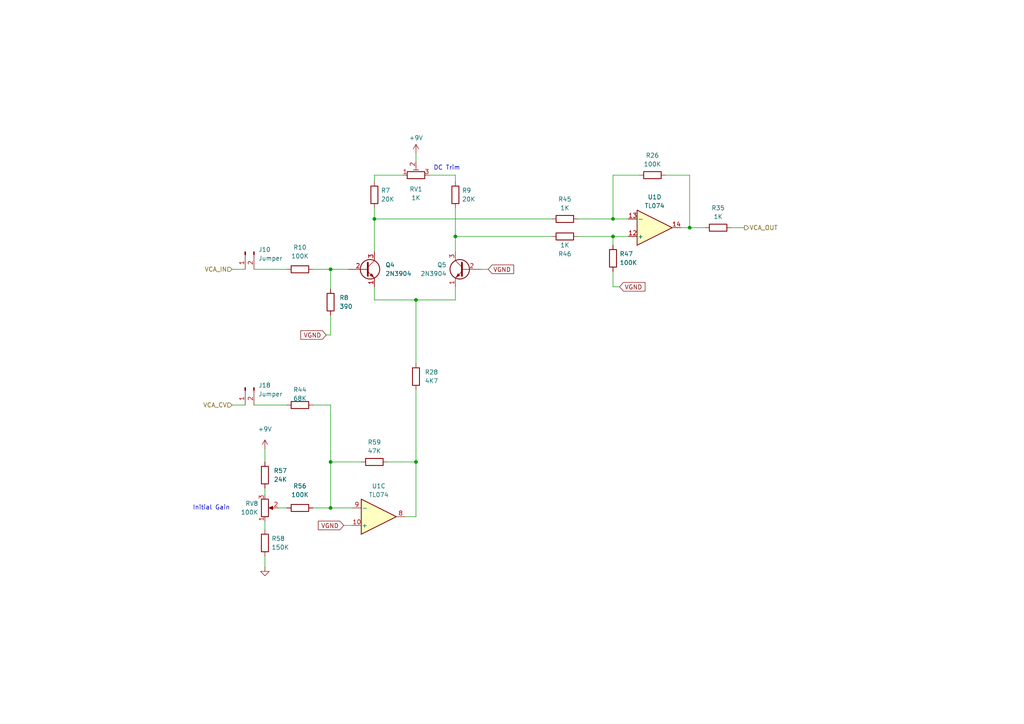
<source format=kicad_sch>
(kicad_sch (version 20230121) (generator eeschema)
  (paper "A4")
  (title_block (title "LivSynth - VCA") (date "2022-07-18") (rev "${Version}") (company "SloBlo Labs"))
  (lib_symbols
    (symbol "Amplifier_Operational:TL074" (pin_names (offset 0.127))
      (property "Reference" "U" (at 0 5.08 0))
      (property "Value" "TL074" (at 0 -5.08 0))
      (symbol "TL074_1_1"
        (polyline (pts (xy -5.08 5.08) (xy 5.08 0) (xy -5.08 -5.08) (xy -5.08 5.08)) (stroke (width 0.254)) (fill (type background)))
        (pin output line (at 7.62 0 180) (length 2.54) (name "~") (number "1"))
        (pin input line (at -7.62 -2.54 0) (length 2.54) (name "-") (number "2"))
        (pin input line (at -7.62 2.54 0) (length 2.54) (name "+") (number "3"))
      )
      (symbol "TL074_2_1"
        (polyline (pts (xy -5.08 5.08) (xy 5.08 0) (xy -5.08 -5.08) (xy -5.08 5.08)) (stroke (width 0.254)) (fill (type background)))
        (pin input line (at -7.62 2.54 0) (length 2.54) (name "+") (number "5"))
        (pin input line (at -7.62 -2.54 0) (length 2.54) (name "-") (number "6"))
        (pin output line (at 7.62 0 180) (length 2.54) (name "~") (number "7"))
      )
      (symbol "TL074_3_1"
        (polyline (pts (xy -5.08 5.08) (xy 5.08 0) (xy -5.08 -5.08) (xy -5.08 5.08)) (stroke (width 0.254)) (fill (type background)))
        (pin input line (at -7.62 2.54 0) (length 2.54) (name "+") (number "10"))
        (pin output line (at 7.62 0 180) (length 2.54) (name "~") (number "8"))
        (pin input line (at -7.62 -2.54 0) (length 2.54) (name "-") (number "9"))
      )
      (symbol "TL074_4_1"
        (polyline (pts (xy -5.08 5.08) (xy 5.08 0) (xy -5.08 -5.08) (xy -5.08 5.08)) (stroke (width 0.254)) (fill (type background)))
        (pin input line (at -7.62 2.54 0) (length 2.54) (name "+") (number "12"))
        (pin input line (at -7.62 -2.54 0) (length 2.54) (name "-") (number "13"))
        (pin output line (at 7.62 0 180) (length 2.54) (name "~") (number "14"))
      )
      (symbol "TL074_5_1"
        (pin power_in line (at -2.54 -7.62 90) (length 3.81) (name "V-") (number "11"))
        (pin power_in line (at -2.54 7.62 270) (length 3.81) (name "V+") (number "4"))
      )
    )
    (symbol "Connector:Conn_01x02_Male" (pin_names (offset 1.016) hide)
      (property "Reference" "J" (at 0 2.54 0))
      (property "Value" "Conn_01x02_Male" (at 0 -5.08 0))
      (symbol "Conn_01x02_Male_1_1"
        (polyline (pts (xy 1.27 -2.54) (xy 0.8636 -2.54)) (stroke (width 0.1524)))
        (polyline (pts (xy 1.27 0) (xy 0.8636 0)) (stroke (width 0.1524)))
        (rectangle (start 0.8636 -2.413) (end 0 -2.667) (stroke (width 0.1524)) (fill (type outline)))
        (rectangle (start 0.8636 0.127) (end 0 -0.127) (stroke (width 0.1524)) (fill (type outline)))
        (pin passive line (at 5.08 0 180) (length 3.81) (name "Pin_1") (number "1"))
        (pin passive line (at 5.08 -2.54 180) (length 3.81) (name "Pin_2") (number "2"))
      )
    )
    (symbol "Device:R" (pin_numbers hide) (pin_names (offset 0))
      (property "Reference" "R" (at 2.032 0 90))
      (property "Value" "R" (at 0 0 90))
      (symbol "R_0_1"
        (rectangle (start -1.016 -2.54) (end 1.016 2.54) (stroke (width 0.254)))
      )
      (symbol "R_1_1"
        (pin passive line (at 0 3.81 270) (length 1.27) (name "~") (number "1"))
        (pin passive line (at 0 -3.81 90) (length 1.27) (name "~") (number "2"))
      )
    )
    (symbol "Device:R_Potentiometer" (pin_names (offset 1.016) hide)
      (property "Reference" "RV" (at -4.445 0 90))
      (property "Value" "R_Potentiometer" (at -2.54 0 90))
      (symbol "R_Potentiometer_0_1"
        (polyline (pts (xy 2.54 0) (xy 1.524 0)))
        (polyline (pts (xy 1.143 0) (xy 2.286 0.508) (xy 2.286 -0.508) (xy 1.143 0)) (fill (type outline)))
        (rectangle (start 1.016 2.54) (end -1.016 -2.54) (stroke (width 0.254)))
      )
      (symbol "R_Potentiometer_1_1"
        (pin passive line (at 0 3.81 270) (length 1.27) (name "1") (number "1"))
        (pin passive line (at 3.81 0 180) (length 1.27) (name "2") (number "2"))
        (pin passive line (at 0 -3.81 90) (length 1.27) (name "3") (number "3"))
      )
    )
    (symbol "Device:R_Potentiometer_Trim" (pin_names (offset 1.016) hide)
      (property "Reference" "RV" (at -4.445 0 90))
      (property "Value" "R_Potentiometer_Trim" (at -2.54 0 90))
      (symbol "R_Potentiometer_Trim_0_1"
        (polyline (pts (xy 1.524 0.762) (xy 1.524 -0.762)))
        (polyline (pts (xy 2.54 0) (xy 1.524 0)))
        (rectangle (start 1.016 2.54) (end -1.016 -2.54) (stroke (width 0.254)))
      )
      (symbol "R_Potentiometer_Trim_1_1"
        (pin passive line (at 0 3.81 270) (length 1.27) (name "1") (number "1"))
        (pin passive line (at 3.81 0 180) (length 1.27) (name "2") (number "2"))
        (pin passive line (at 0 -3.81 90) (length 1.27) (name "3") (number "3"))
      )
    )
    (symbol "Transistor_BJT:2N3904" (pin_names (offset 0) hide)
      (property "Reference" "Q" (at 5.08 1.905 0))
      (property "Value" "2N3904" (at 5.08 0 0))
      (symbol "2N3904_0_1"
        (polyline (pts (xy 0.635 0.635) (xy 2.54 2.54)))
        (polyline (pts (xy 0.635 -0.635) (xy 2.54 -2.54) (xy 2.54 -2.54)))
        (polyline (pts (xy 0.635 1.905) (xy 0.635 -1.905) (xy 0.635 -1.905)) (stroke (width 0.508)))
        (polyline (pts (xy 1.27 -1.778) (xy 1.778 -1.27) (xy 2.286 -2.286) (xy 1.27 -1.778) (xy 1.27 -1.778)) (fill (type outline)))
        (circle (center 1.27 0) (radius 2.8194) (stroke (width 0.254)))
      )
      (symbol "2N3904_1_1"
        (pin passive line (at 2.54 -5.08 90) (length 2.54) (name "E") (number "1"))
        (pin passive line (at -5.08 0 0) (length 5.715) (name "B") (number "2"))
        (pin passive line (at 2.54 5.08 270) (length 2.54) (name "C") (number "3"))
      )
    )
    (symbol "power:+9V" (power) (pin_names (offset 0))
      (property "Value" "+9V" (at 0 3.556 0))
      (symbol "+9V_0_1"
        (polyline (pts (xy -0.762 1.27) (xy 0 2.54)))
        (polyline (pts (xy 0 0) (xy 0 2.54)))
        (polyline (pts (xy 0 2.54) (xy 0.762 1.27)))
      )
      (symbol "+9V_1_1"
        (pin power_in line (at 0 0 90) (length 0) hide (name "+9V") (number "1"))
      )
    )
    (symbol "power:GND" (power) (pin_names (offset 0))
      (property "Value" "GND" (at 0 -3.81 0))
      (symbol "GND_0_1"
        (polyline (pts (xy 0 0) (xy 0 -1.27) (xy 1.27 -1.27) (xy 0 -2.54) (xy -1.27 -1.27) (xy 0 -1.27)))
      )
      (symbol "GND_1_1"
        (pin power_in line (at 0 0 270) (length 0) hide (name "GND") (number "1"))
      )
    )
  )
  (junction (at 177.8 68.58))
  (junction (at 120.65 86.995))
  (junction (at 95.885 147.32))
  (junction (at 132.08 68.58))
  (junction (at 108.585 63.5))
  (junction (at 200.025 66.04))
  (junction (at 95.885 78.105))
  (junction (at 95.885 133.985))
  (junction (at 120.65 133.985))
  (junction (at 177.8 63.5))
  (wire (pts (xy 200.025 66.04) (xy 204.47 66.04)))
  (wire (pts (xy 67.31 117.475) (xy 71.12 117.475)))
  (wire (pts (xy 139.7 78.105) (xy 141.605 78.105)))
  (wire (pts (xy 120.65 133.985) (xy 120.65 149.86)))
  (wire (pts (xy 90.805 117.475) (xy 95.885 117.475)))
  (wire (pts (xy 90.805 147.32) (xy 95.885 147.32)))
  (wire (pts (xy 200.025 66.04) (xy 200.025 50.8)))
  (wire (pts (xy 120.65 86.995) (xy 132.08 86.995)))
  (wire (pts (xy 95.885 147.32) (xy 102.235 147.32)))
  (wire (pts (xy 212.09 66.04) (xy 215.9 66.04)))
  (wire (pts (xy 177.8 50.8) (xy 177.8 63.5)))
  (wire (pts (xy 177.8 68.58) (xy 177.8 71.12)))
  (wire (pts (xy 185.42 50.8) (xy 177.8 50.8)))
  (wire (pts (xy 177.8 83.185) (xy 179.705 83.185)))
  (wire (pts (xy 200.025 50.8) (xy 193.04 50.8)))
  (wire (pts (xy 76.835 130.175) (xy 76.835 133.985)))
  (wire (pts (xy 73.66 78.105) (xy 83.185 78.105)))
  (wire (pts (xy 95.885 78.105) (xy 100.965 78.105)))
  (wire (pts (xy 90.805 78.105) (xy 95.885 78.105)))
  (wire (pts (xy 108.585 63.5) (xy 108.585 73.025)))
  (wire (pts (xy 132.08 68.58) (xy 132.08 73.025)))
  (wire (pts (xy 124.46 50.8) (xy 132.08 50.8)))
  (wire (pts (xy 99.695 152.4) (xy 102.235 152.4)))
  (wire (pts (xy 108.585 50.8) (xy 116.84 50.8)))
  (wire (pts (xy 120.65 105.41) (xy 120.65 86.995)))
  (wire (pts (xy 177.8 63.5) (xy 182.245 63.5)))
  (wire (pts (xy 76.835 161.29) (xy 76.835 164.465)))
  (wire (pts (xy 132.08 50.8) (xy 132.08 52.705)))
  (wire (pts (xy 108.585 86.995) (xy 120.65 86.995)))
  (wire (pts (xy 112.395 133.985) (xy 120.65 133.985)))
  (wire (pts (xy 94.615 97.155) (xy 95.885 97.155)))
  (wire (pts (xy 167.64 63.5) (xy 177.8 63.5)))
  (wire (pts (xy 76.835 141.605) (xy 76.835 143.51)))
  (wire (pts (xy 67.31 78.105) (xy 71.12 78.105)))
  (wire (pts (xy 197.485 66.04) (xy 200.025 66.04)))
  (wire (pts (xy 95.885 83.82) (xy 95.885 78.105)))
  (wire (pts (xy 73.66 117.475) (xy 83.185 117.475)))
  (wire (pts (xy 108.585 60.325) (xy 108.585 63.5)))
  (wire (pts (xy 104.775 133.985) (xy 95.885 133.985)))
  (wire (pts (xy 76.835 151.13) (xy 76.835 153.67)))
  (wire (pts (xy 108.585 50.8) (xy 108.585 52.705)))
  (wire (pts (xy 177.8 78.74) (xy 177.8 83.185)))
  (wire (pts (xy 120.65 44.45) (xy 120.65 46.99)))
  (wire (pts (xy 120.65 149.86) (xy 117.475 149.86)))
  (wire (pts (xy 108.585 83.185) (xy 108.585 86.995)))
  (wire (pts (xy 120.65 113.03) (xy 120.65 133.985)))
  (wire (pts (xy 132.08 60.325) (xy 132.08 68.58)))
  (wire (pts (xy 177.8 68.58) (xy 182.245 68.58)))
  (wire (pts (xy 95.885 117.475) (xy 95.885 133.985)))
  (wire (pts (xy 132.08 68.58) (xy 160.02 68.58)))
  (wire (pts (xy 108.585 63.5) (xy 160.02 63.5)))
  (wire (pts (xy 95.885 133.985) (xy 95.885 147.32)))
  (wire (pts (xy 132.08 86.995) (xy 132.08 83.185)))
  (wire (pts (xy 167.64 68.58) (xy 177.8 68.58)))
  (wire (pts (xy 80.645 147.32) (xy 83.185 147.32)))
  (wire (pts (xy 95.885 97.155) (xy 95.885 91.44)))
  (text "DC Trim" (at 125.73 49.53 0) (effects (font (size 1.27 1.27)) (justify left bottom)))
  (text "Initial Gain" (at 55.88 148.082 0) (effects (font (size 1.27 1.27)) (justify left bottom)))
  (global_label "VGND" (shape input) (at 179.705 83.185 0) (property "Intersheetrefs" "${INTERSHEET_REFS}" (effects hide)))
  (global_label "VGND" (shape input) (at 94.615 97.155 180) (property "Intersheetrefs" "${INTERSHEET_REFS}" (effects hide)))
  (global_label "VGND" (shape input) (at 99.695 152.4 180) (property "Intersheetrefs" "${INTERSHEET_REFS}" (effects hide)))
  (global_label "VGND" (shape input) (at 141.605 78.105 0) (property "Intersheetrefs" "${INTERSHEET_REFS}" (effects hide)))
  (hierarchical_label "VCA_OUT" (shape output) (at 215.9 66.04 0))
  (hierarchical_label "VCA_IN" (shape input) (at 67.31 78.105 180))
  (hierarchical_label "VCA_CV" (shape input) (at 67.31 117.475 180))
  (symbol (lib_id "power:GND") (at 76.835 164.465 0) (unit 1)
    (property "Reference" "#PWR061" (effects hide))
    (property "Value" "GND" (effects hide))
  )
  (symbol (lib_id "Device:R") (at 132.08 56.515 0) (unit 1)
    (property "Reference" "R9" (at 133.985 55.2449 0) (effects (justify left)))
    (property "Value" "20K" (at 133.985 57.7849 0) (effects (justify left)))
    (property "Footprint" "Resistor_THT:R_Axial_DIN0207_L6.3mm_D2.5mm_P7.62mm_Horizontal" (effects hide))
  )
  (symbol (lib_id "Device:R") (at 120.65 109.22 0) (unit 1)
    (property "Reference" "R28" (at 123.19 107.9499 0) (effects (justify left)))
    (property "Value" "4K7" (at 123.19 110.4899 0) (effects (justify left)))
    (property "Footprint" "Resistor_THT:R_Axial_DIN0207_L6.3mm_D2.5mm_P7.62mm_Horizontal" (effects hide))
  )
  (symbol (lib_id "Device:R") (at 95.885 87.63 0) (unit 1)
    (property "Reference" "R8" (at 98.425 86.3599 0) (effects (justify left)))
    (property "Value" "390" (at 98.425 88.8999 0) (effects (justify left)))
    (property "Footprint" "Resistor_THT:R_Axial_DIN0207_L6.3mm_D2.5mm_P7.62mm_Horizontal" (effects hide))
  )
  (symbol (lib_id "Device:R") (at 86.995 147.32 90) (unit 1)
    (property "Reference" "R56" (at 86.995 140.97 90))
    (property "Value" "100K" (at 86.995 143.51 90))
    (property "Footprint" "Resistor_THT:R_Axial_DIN0207_L6.3mm_D2.5mm_P7.62mm_Horizontal" (effects hide))
  )
  (symbol (lib_id "power:+9V") (at 120.65 44.45 0) (unit 1)
    (property "Reference" "#PWR057" (effects hide))
    (property "Value" "+9V" (at 120.65 40.005 0))
  )
  (symbol (lib_id "Device:R_Potentiometer_Trim") (at 120.65 50.8 90) (unit 1)
    (property "Reference" "RV1" (at 120.65 54.864 90))
    (property "Value" "1K" (at 120.65 57.404 90))
    (property "Footprint" "SloBlo:Potentiometer_Bourns_3296W_Vertical" (effects hide))
  )
  (symbol (lib_id "Device:R") (at 108.585 56.515 0) (unit 1)
    (property "Reference" "R7" (at 110.49 55.2449 0) (effects (justify left)))
    (property "Value" "20K" (at 110.49 57.7849 0) (effects (justify left)))
    (property "Footprint" "Resistor_THT:R_Axial_DIN0207_L6.3mm_D2.5mm_P7.62mm_Horizontal" (effects hide))
  )
  (symbol (lib_id "Device:R") (at 76.835 137.795 0) (unit 1)
    (property "Reference" "R57" (at 79.375 136.5249 0) (effects (justify left)))
    (property "Value" "24K" (at 79.375 139.0649 0) (effects (justify left)))
    (property "Footprint" "Resistor_THT:R_Axial_DIN0207_L6.3mm_D2.5mm_P7.62mm_Horizontal" (effects hide))
  )
  (symbol (lib_id "Device:R") (at 86.995 117.475 90) (unit 1)
    (property "Reference" "R44" (at 86.995 113.03 90))
    (property "Value" "68K" (at 86.995 115.57 90))
    (property "Footprint" "Resistor_THT:R_Axial_DIN0207_L6.3mm_D2.5mm_P7.62mm_Horizontal" (effects hide))
  )
  (symbol (lib_id "Transistor_BJT:2N3904") (at 106.045 78.105 0) (unit 1)
    (property "Reference" "Q4" (at 111.76 76.8349 0) (effects (justify left)))
    (property "Value" "2N3904" (at 111.76 79.3749 0) (effects (justify left)))
    (property "Footprint" "Package_TO_SOT_THT:TO-92_Inline" (effects hide))
    (property "Datasheet" "https://www.onsemi.com/pub/Collateral/2N3903-D.PDF" (effects hide))
  )
  (symbol (lib_id "Amplifier_Operational:TL074") (at 189.865 66.04 0) (mirror x) (unit 4)
    (property "Reference" "U1" (at 189.865 57.15 0))
    (property "Value" "TL074" (at 189.865 59.69 0))
    (property "Footprint" "Package_SO:SOIC-14_3.9x8.7mm_P1.27mm" (effects hide))
    (property "Datasheet" "http://www.ti.com/lit/ds/symlink/tl071.pdf" (effects hide))
    (property "LCSC" "C2057504" (effects hide))
  )
  (symbol (lib_id "Device:R") (at 108.585 133.985 90) (unit 1)
    (property "Reference" "R59" (at 108.585 128.27 90))
    (property "Value" "47K" (at 108.585 130.81 90))
    (property "Footprint" "Resistor_THT:R_Axial_DIN0207_L6.3mm_D2.5mm_P7.62mm_Horizontal" (effects hide))
  )
  (symbol (lib_id "Connector:Conn_01x02_Male") (at 71.12 73.025 90) (mirror x) (unit 1)
    (property "Reference" "J10" (at 74.93 72.3899 90) (effects (justify right)))
    (property "Value" "Jumper" (at 74.93 74.9299 90) (effects (justify right)))
    (property "Footprint" "Connector_PinHeader_2.54mm:PinHeader_1x02_P2.54mm_Vertical" (effects hide))
  )
  (symbol (lib_id "Device:R") (at 163.83 63.5 90) (unit 1)
    (property "Reference" "R45" (at 163.83 57.785 90))
    (property "Value" "1K" (at 163.83 60.325 90))
    (property "Footprint" "Resistor_THT:R_Axial_DIN0207_L6.3mm_D2.5mm_P7.62mm_Horizontal" (effects hide))
  )
  (symbol (lib_id "Connector:Conn_01x02_Male") (at 71.12 112.395 90) (mirror x) (unit 1)
    (property "Reference" "J18" (at 74.93 111.7599 90) (effects (justify right)))
    (property "Value" "Jumper" (at 74.93 114.2999 90) (effects (justify right)))
    (property "Footprint" "Connector_PinHeader_2.54mm:PinHeader_1x02_P2.54mm_Vertical" (effects hide))
  )
  (symbol (lib_id "Device:R") (at 86.995 78.105 90) (unit 1)
    (property "Reference" "R10" (at 86.995 71.755 90))
    (property "Value" "100K" (at 86.995 74.295 90))
    (property "Footprint" "Resistor_THT:R_Axial_DIN0207_L6.3mm_D2.5mm_P7.62mm_Horizontal" (effects hide))
  )
  (symbol (lib_id "Device:R") (at 163.83 68.58 90) (unit 1)
    (property "Reference" "R46" (at 163.83 73.66 90))
    (property "Value" "1K" (at 163.83 71.12 90))
    (property "Footprint" "Resistor_THT:R_Axial_DIN0207_L6.3mm_D2.5mm_P7.62mm_Horizontal" (effects hide))
  )
  (symbol (lib_id "Device:R_Potentiometer") (at 76.835 147.32 0) (mirror x) (unit 1)
    (property "Reference" "RV8" (at 74.93 146.0499 0) (effects (justify right)))
    (property "Value" "100K" (at 74.93 148.5899 0) (effects (justify right)))
    (property "Footprint" "SloBlo:Alpha_RD901F" (effects hide))
  )
  (symbol (lib_id "Transistor_BJT:2N3904") (at 134.62 78.105 0) (mirror y) (unit 1)
    (property "Reference" "Q5" (at 129.54 76.8349 0) (effects (justify left)))
    (property "Value" "2N3904" (at 129.54 79.3749 0) (effects (justify left)))
    (property "Footprint" "Package_TO_SOT_THT:TO-92_Inline" (effects hide))
    (property "Datasheet" "https://www.onsemi.com/pub/Collateral/2N3903-D.PDF" (effects hide))
  )
  (symbol (lib_id "Device:R") (at 189.23 50.8 270) (unit 1)
    (property "Reference" "R26" (at 189.23 45.085 90))
    (property "Value" "100K" (at 189.23 47.625 90))
    (property "Footprint" "Resistor_THT:R_Axial_DIN0207_L6.3mm_D2.5mm_P7.62mm_Horizontal" (effects hide))
  )
  (symbol (lib_id "power:+9V") (at 76.835 130.175 0) (unit 1)
    (property "Reference" "#PWR060" (effects hide))
    (property "Value" "+9V" (at 76.835 124.46 0))
  )
  (symbol (lib_id "Device:R") (at 177.8 74.93 180) (unit 1)
    (property "Reference" "R47" (at 179.705 73.6599 0) (effects (justify right)))
    (property "Value" "100K" (at 179.705 76.1999 0) (effects (justify right)))
    (property "Footprint" "Resistor_THT:R_Axial_DIN0207_L6.3mm_D2.5mm_P7.62mm_Horizontal" (effects hide))
  )
  (symbol (lib_id "Device:R") (at 76.835 157.48 0) (unit 1)
    (property "Reference" "R58" (at 78.74 156.2099 0) (effects (justify left)))
    (property "Value" "150K" (at 78.74 158.7499 0) (effects (justify left)))
    (property "Footprint" "Resistor_THT:R_Axial_DIN0207_L6.3mm_D2.5mm_P7.62mm_Horizontal" (effects hide))
  )
  (symbol (lib_id "Amplifier_Operational:TL074") (at 109.855 149.86 0) (mirror x) (unit 3)
    (property "Reference" "U1" (at 109.855 140.97 0))
    (property "Value" "TL074" (at 109.855 143.51 0))
    (property "Footprint" "Package_SO:SOIC-14_3.9x8.7mm_P1.27mm" (effects hide))
    (property "Datasheet" "http://www.ti.com/lit/ds/symlink/tl071.pdf" (effects hide))
    (property "LCSC" "C2057504" (effects hide))
  )
  (symbol (lib_id "Device:R") (at 208.28 66.04 90) (unit 1)
    (property "Reference" "R35" (at 208.28 60.325 90))
    (property "Value" "1K" (at 208.28 62.865 90))
    (property "Footprint" "Resistor_THT:R_Axial_DIN0207_L6.3mm_D2.5mm_P7.62mm_Horizontal" (effects hide))
  )
)
</source>
